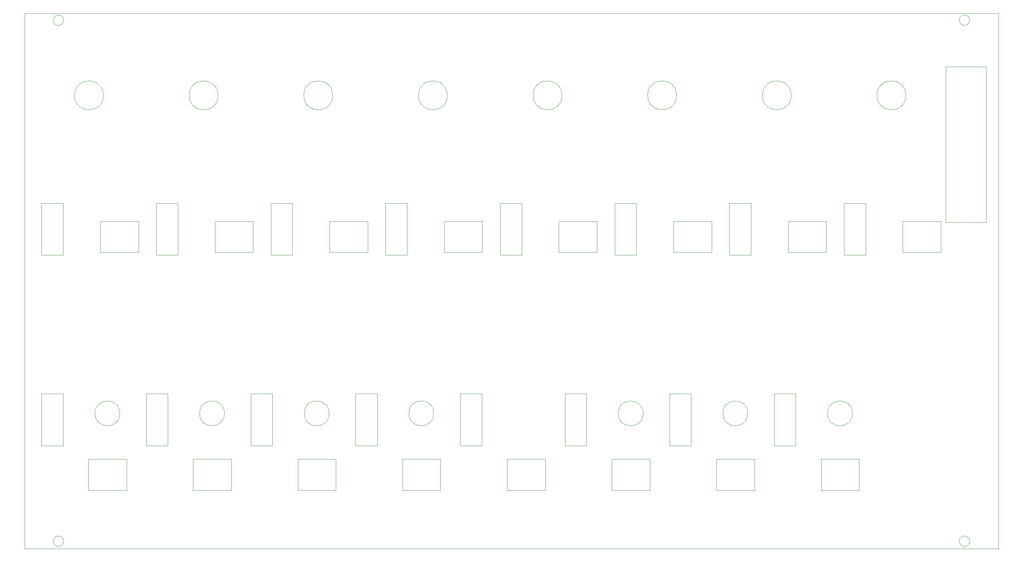
<source format=gbr>
%TF.GenerationSoftware,KiCad,Pcbnew,8.0.8-8.0.8-0~ubuntu24.04.1*%
%TF.CreationDate,2025-02-27T08:39:20-05:00*%
%TF.ProjectId,Oblique Pallette 5x Eurorack Faceplate,4f626c69-7175-4652-9050-616c6c657474,rev?*%
%TF.SameCoordinates,Original*%
%TF.FileFunction,Profile,NP*%
%FSLAX46Y46*%
G04 Gerber Fmt 4.6, Leading zero omitted, Abs format (unit mm)*
G04 Created by KiCad (PCBNEW 8.0.8-8.0.8-0~ubuntu24.04.1) date 2025-02-27 08:39:20*
%MOMM*%
%LPD*%
G01*
G04 APERTURE LIST*
%TA.AperFunction,Profile*%
%ADD10C,0.100000*%
%TD*%
%TA.AperFunction,Profile*%
%ADD11C,0.050000*%
%TD*%
G04 APERTURE END LIST*
D10*
X157892466Y-80624466D02*
X167092466Y-80624466D01*
X167092466Y-88124466D01*
X157892466Y-88124466D01*
X157892466Y-80624466D01*
X83588894Y-122244964D02*
X88788894Y-122244964D01*
X88788894Y-134744964D01*
X83588894Y-134744964D01*
X83588894Y-122244964D01*
X48011370Y-50284466D02*
G75*
G02*
X41037562Y-50284466I-3486904J0D01*
G01*
X41037562Y-50284466D02*
G75*
G02*
X48011370Y-50284466I3486904J0D01*
G01*
X213206466Y-80624466D02*
X222406466Y-80624466D01*
X222406466Y-88124466D01*
X213206466Y-88124466D01*
X213206466Y-80624466D01*
D11*
X257014466Y-157744466D02*
G75*
G02*
X254514466Y-157744466I-1250000J0D01*
G01*
X254514466Y-157744466D02*
G75*
G02*
X257014466Y-157744466I1250000J0D01*
G01*
D10*
X226693466Y-76300466D02*
X231893466Y-76300466D01*
X231893466Y-88800466D01*
X226693466Y-88800466D01*
X226693466Y-76300466D01*
X60751466Y-76300466D02*
X65951466Y-76300466D01*
X65951466Y-88800466D01*
X60751466Y-88800466D01*
X60751466Y-76300466D01*
X69655055Y-138004735D02*
X78855055Y-138004735D01*
X78855055Y-145504735D01*
X69655055Y-145504735D01*
X69655055Y-138004735D01*
X213953370Y-50284466D02*
G75*
G02*
X206979562Y-50284466I-3486904J0D01*
G01*
X206979562Y-50284466D02*
G75*
G02*
X213953370Y-50284466I3486904J0D01*
G01*
X178214466Y-126944466D02*
G75*
G02*
X172214466Y-126944466I-3000000J0D01*
G01*
X172214466Y-126944466D02*
G75*
G02*
X178214466Y-126944466I3000000J0D01*
G01*
X88408466Y-76300466D02*
X93608466Y-76300466D01*
X93608466Y-88800466D01*
X88408466Y-88800466D01*
X88408466Y-76300466D01*
X209838894Y-122244964D02*
X215038894Y-122244964D01*
X215038894Y-134744964D01*
X209838894Y-134744964D01*
X209838894Y-122244964D01*
X158639370Y-50284466D02*
G75*
G02*
X151665562Y-50284466I-3486904J0D01*
G01*
X151665562Y-50284466D02*
G75*
G02*
X158639370Y-50284466I3486904J0D01*
G01*
X102464466Y-126944466D02*
G75*
G02*
X96464466Y-126944466I-3000000J0D01*
G01*
X96464466Y-126944466D02*
G75*
G02*
X102464466Y-126944466I3000000J0D01*
G01*
X116065466Y-76300466D02*
X121265466Y-76300466D01*
X121265466Y-88800466D01*
X116065466Y-88800466D01*
X116065466Y-76300466D01*
X241610370Y-50284466D02*
G75*
G02*
X234636562Y-50284466I-3486904J0D01*
G01*
X234636562Y-50284466D02*
G75*
G02*
X241610370Y-50284466I3486904J0D01*
G01*
X228714466Y-126944466D02*
G75*
G02*
X222714466Y-126944466I-3000000J0D01*
G01*
X222714466Y-126944466D02*
G75*
G02*
X228714466Y-126944466I3000000J0D01*
G01*
X251264466Y-43374466D02*
X260964466Y-43374466D01*
X260964466Y-80874466D01*
X251264466Y-80874466D01*
X251264466Y-43374466D01*
X240863466Y-80624466D02*
X250063466Y-80624466D01*
X250063466Y-88124466D01*
X240863466Y-88124466D01*
X240863466Y-80624466D01*
X185549466Y-80624466D02*
X194749466Y-80624466D01*
X194749466Y-88124466D01*
X185549466Y-88124466D01*
X185549466Y-80624466D01*
X51964466Y-126944466D02*
G75*
G02*
X45964466Y-126944466I-3000000J0D01*
G01*
X45964466Y-126944466D02*
G75*
G02*
X51964466Y-126944466I3000000J0D01*
G01*
X103325370Y-50284466D02*
G75*
G02*
X96351562Y-50284466I-3486904J0D01*
G01*
X96351562Y-50284466D02*
G75*
G02*
X103325370Y-50284466I3486904J0D01*
G01*
X120155055Y-138004735D02*
X129355055Y-138004735D01*
X129355055Y-145504735D01*
X120155055Y-145504735D01*
X120155055Y-138004735D01*
X74921466Y-80624466D02*
X84121466Y-80624466D01*
X84121466Y-88124466D01*
X74921466Y-88124466D01*
X74921466Y-80624466D01*
X171379466Y-76300466D02*
X176579466Y-76300466D01*
X176579466Y-88800466D01*
X171379466Y-88800466D01*
X171379466Y-76300466D01*
X186296370Y-50284466D02*
G75*
G02*
X179322562Y-50284466I-3486904J0D01*
G01*
X179322562Y-50284466D02*
G75*
G02*
X186296370Y-50284466I3486904J0D01*
G01*
X195905055Y-138004735D02*
X205105055Y-138004735D01*
X205105055Y-145504735D01*
X195905055Y-145504735D01*
X195905055Y-138004735D01*
X143722466Y-76300466D02*
X148922466Y-76300466D01*
X148922466Y-88800466D01*
X143722466Y-88800466D01*
X143722466Y-76300466D01*
D11*
X38414466Y-157744466D02*
G75*
G02*
X35914466Y-157744466I-1250000J0D01*
G01*
X35914466Y-157744466D02*
G75*
G02*
X38414466Y-157744466I1250000J0D01*
G01*
D10*
X203464466Y-126944466D02*
G75*
G02*
X197464466Y-126944466I-3000000J0D01*
G01*
X197464466Y-126944466D02*
G75*
G02*
X203464466Y-126944466I3000000J0D01*
G01*
X47264466Y-80624466D02*
X56464466Y-80624466D01*
X56464466Y-88124466D01*
X47264466Y-88124466D01*
X47264466Y-80624466D01*
X33094466Y-76300466D02*
X38294466Y-76300466D01*
X38294466Y-88800466D01*
X33094466Y-88800466D01*
X33094466Y-76300466D01*
X159338894Y-122244964D02*
X164538894Y-122244964D01*
X164538894Y-134744964D01*
X159338894Y-134744964D01*
X159338894Y-122244964D01*
D11*
X257014466Y-32184466D02*
G75*
G02*
X254514466Y-32184466I-1250000J0D01*
G01*
X254514466Y-32184466D02*
G75*
G02*
X257014466Y-32184466I1250000J0D01*
G01*
D10*
X170655055Y-138004735D02*
X179855055Y-138004735D01*
X179855055Y-145504735D01*
X170655055Y-145504735D01*
X170655055Y-138004735D01*
X44405055Y-138004735D02*
X53605055Y-138004735D01*
X53605055Y-145504735D01*
X44405055Y-145504735D01*
X44405055Y-138004735D01*
X199036466Y-76300466D02*
X204236466Y-76300466D01*
X204236466Y-88800466D01*
X199036466Y-88800466D01*
X199036466Y-76300466D01*
X145405055Y-138004735D02*
X154605055Y-138004735D01*
X154605055Y-145504735D01*
X145405055Y-145504735D01*
X145405055Y-138004735D01*
X75668370Y-50284466D02*
G75*
G02*
X68694562Y-50284466I-3486904J0D01*
G01*
X68694562Y-50284466D02*
G75*
G02*
X75668370Y-50284466I3486904J0D01*
G01*
X77214466Y-126944466D02*
G75*
G02*
X71214466Y-126944466I-3000000J0D01*
G01*
X71214466Y-126944466D02*
G75*
G02*
X77214466Y-126944466I3000000J0D01*
G01*
X134088894Y-122244964D02*
X139288894Y-122244964D01*
X139288894Y-134744964D01*
X134088894Y-134744964D01*
X134088894Y-122244964D01*
X33088894Y-122244964D02*
X38288894Y-122244964D01*
X38288894Y-134744964D01*
X33088894Y-134744964D01*
X33088894Y-122244964D01*
X102578466Y-80624466D02*
X111778466Y-80624466D01*
X111778466Y-88124466D01*
X102578466Y-88124466D01*
X102578466Y-80624466D01*
D11*
X38414466Y-32184466D02*
G75*
G02*
X35914466Y-32184466I-1250000J0D01*
G01*
X35914466Y-32184466D02*
G75*
G02*
X38414466Y-32184466I1250000J0D01*
G01*
D10*
X130982370Y-50284466D02*
G75*
G02*
X124008562Y-50284466I-3486904J0D01*
G01*
X124008562Y-50284466D02*
G75*
G02*
X130982370Y-50284466I3486904J0D01*
G01*
X221155055Y-138004735D02*
X230355055Y-138004735D01*
X230355055Y-145504735D01*
X221155055Y-145504735D01*
X221155055Y-138004735D01*
X108838894Y-122244964D02*
X114038894Y-122244964D01*
X114038894Y-134744964D01*
X108838894Y-134744964D01*
X108838894Y-122244964D01*
X127714466Y-126944466D02*
G75*
G02*
X121714466Y-126944466I-3000000J0D01*
G01*
X121714466Y-126944466D02*
G75*
G02*
X127714466Y-126944466I3000000J0D01*
G01*
X184588894Y-122244964D02*
X189788894Y-122244964D01*
X189788894Y-134744964D01*
X184588894Y-134744964D01*
X184588894Y-122244964D01*
X58338894Y-122244964D02*
X63538894Y-122244964D01*
X63538894Y-134744964D01*
X58338894Y-134744964D01*
X58338894Y-122244964D01*
X94905055Y-138004735D02*
X104105055Y-138004735D01*
X104105055Y-145504735D01*
X94905055Y-145504735D01*
X94905055Y-138004735D01*
X130235466Y-80624466D02*
X139435466Y-80624466D01*
X139435466Y-88124466D01*
X130235466Y-88124466D01*
X130235466Y-80624466D01*
D11*
X28964466Y-30518000D02*
X263964466Y-30518000D01*
X263964466Y-159518000D01*
X28964466Y-159518000D01*
X28964466Y-30518000D01*
M02*

</source>
